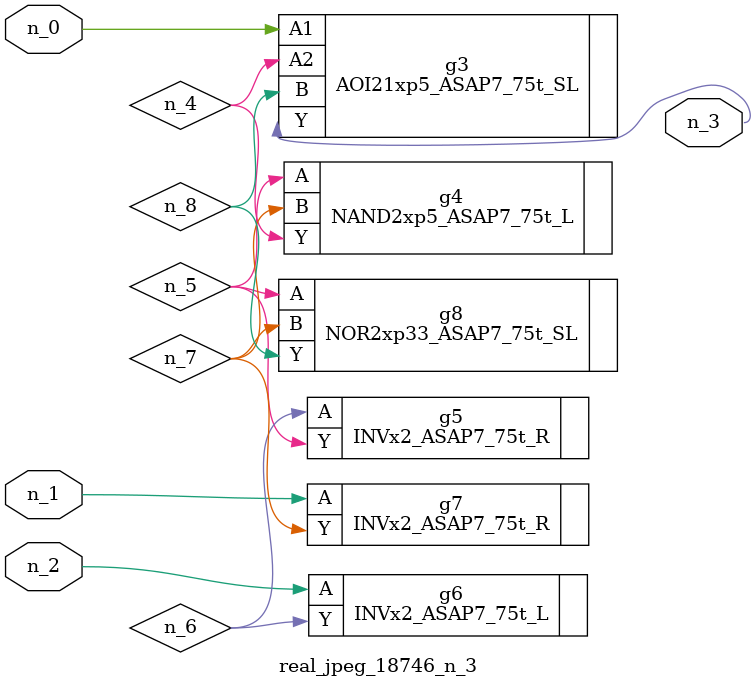
<source format=v>
module real_jpeg_18746_n_3 (n_1, n_0, n_2, n_3);

input n_1;
input n_0;
input n_2;

output n_3;

wire n_5;
wire n_8;
wire n_4;
wire n_6;
wire n_7;

AOI21xp5_ASAP7_75t_SL g3 ( 
.A1(n_0),
.A2(n_4),
.B(n_8),
.Y(n_3)
);

INVx2_ASAP7_75t_R g7 ( 
.A(n_1),
.Y(n_7)
);

INVx2_ASAP7_75t_L g6 ( 
.A(n_2),
.Y(n_6)
);

NAND2xp5_ASAP7_75t_L g4 ( 
.A(n_5),
.B(n_7),
.Y(n_4)
);

NOR2xp33_ASAP7_75t_SL g8 ( 
.A(n_5),
.B(n_7),
.Y(n_8)
);

INVx2_ASAP7_75t_R g5 ( 
.A(n_6),
.Y(n_5)
);


endmodule
</source>
